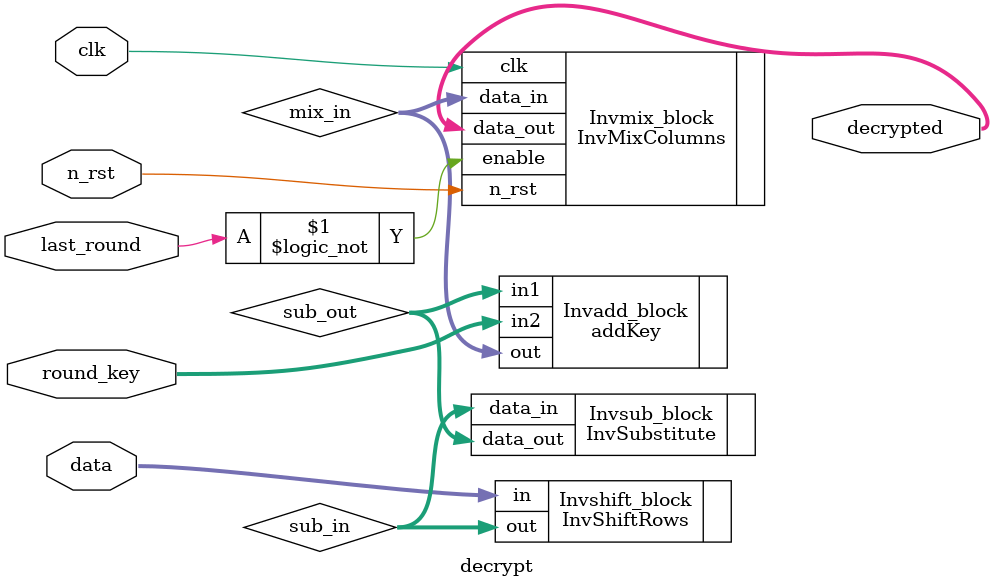
<source format=sv>
module decrypt(
	input wire clk,
	input wire n_rst,
	input wire [127:0]data,
	input wire [127:0]round_key,
	input wire last_round,
	output wire [127:0] decrypted
);
wire [127:0] sub_in;
wire [127:0] sub_out;
wire [127:0] mix_in;
InvShiftRows Invshift_block(.in(data), .out(sub_in));
InvSubstitute Invsub_block(.data_in(sub_in), .data_out(sub_out));
addKey Invadd_block(.in1(sub_out), .in2(round_key), .out(mix_in));
InvMixColumns Invmix_block(.clk(clk), .n_rst(n_rst), .enable(!last_round), .data_in(mix_in), .data_out(decrypted));







endmodule
</source>
